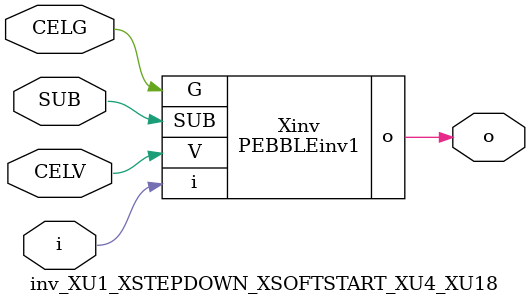
<source format=v>



module PEBBLEinv1 ( o, G, SUB, V, i );

  input V;
  input i;
  input G;
  output o;
  input SUB;
endmodule

//Celera Confidential Do Not Copy inv_XU1_XSTEPDOWN_XSOFTSTART_XU4_XU18
//Celera Confidential Symbol Generator
//5V Inverter
module inv_XU1_XSTEPDOWN_XSOFTSTART_XU4_XU18 (CELV,CELG,i,o,SUB);
input CELV;
input CELG;
input i;
input SUB;
output o;

//Celera Confidential Do Not Copy inv
PEBBLEinv1 Xinv(
.V (CELV),
.i (i),
.o (o),
.SUB (SUB),
.G (CELG)
);
//,diesize,PEBBLEinv1

//Celera Confidential Do Not Copy Module End
//Celera Schematic Generator
endmodule

</source>
